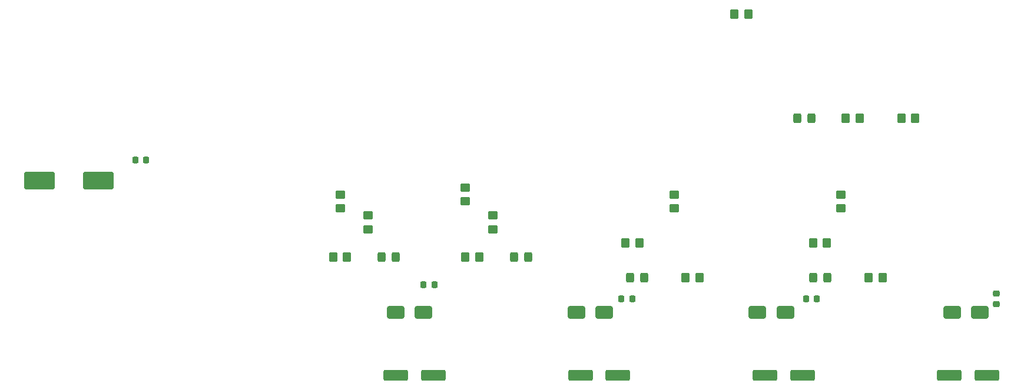
<source format=gbr>
%TF.GenerationSoftware,KiCad,Pcbnew,9.0.0*%
%TF.CreationDate,2025-07-08T15:13:07+02:00*%
%TF.ProjectId,Genric ESP32 5 MOSFEST ,47656e72-6963-4204-9553-503332203520,rev?*%
%TF.SameCoordinates,Original*%
%TF.FileFunction,Paste,Top*%
%TF.FilePolarity,Positive*%
%FSLAX46Y46*%
G04 Gerber Fmt 4.6, Leading zero omitted, Abs format (unit mm)*
G04 Created by KiCad (PCBNEW 9.0.0) date 2025-07-08 15:13:07*
%MOMM*%
%LPD*%
G01*
G04 APERTURE LIST*
G04 Aperture macros list*
%AMRoundRect*
0 Rectangle with rounded corners*
0 $1 Rounding radius*
0 $2 $3 $4 $5 $6 $7 $8 $9 X,Y pos of 4 corners*
0 Add a 4 corners polygon primitive as box body*
4,1,4,$2,$3,$4,$5,$6,$7,$8,$9,$2,$3,0*
0 Add four circle primitives for the rounded corners*
1,1,$1+$1,$2,$3*
1,1,$1+$1,$4,$5*
1,1,$1+$1,$6,$7*
1,1,$1+$1,$8,$9*
0 Add four rect primitives between the rounded corners*
20,1,$1+$1,$2,$3,$4,$5,0*
20,1,$1+$1,$4,$5,$6,$7,0*
20,1,$1+$1,$6,$7,$8,$9,0*
20,1,$1+$1,$8,$9,$2,$3,0*%
G04 Aperture macros list end*
%ADD10RoundRect,0.250000X-1.000000X-0.650000X1.000000X-0.650000X1.000000X0.650000X-1.000000X0.650000X0*%
%ADD11RoundRect,0.250000X-0.325000X-0.450000X0.325000X-0.450000X0.325000X0.450000X-0.325000X0.450000X0*%
%ADD12RoundRect,0.225000X-0.250000X0.225000X-0.250000X-0.225000X0.250000X-0.225000X0.250000X0.225000X0*%
%ADD13RoundRect,0.225000X-0.225000X-0.250000X0.225000X-0.250000X0.225000X0.250000X-0.225000X0.250000X0*%
%ADD14RoundRect,0.250000X-0.450000X0.350000X-0.450000X-0.350000X0.450000X-0.350000X0.450000X0.350000X0*%
%ADD15RoundRect,0.250000X0.350000X0.450000X-0.350000X0.450000X-0.350000X-0.450000X0.350000X-0.450000X0*%
%ADD16RoundRect,0.250000X0.450000X-0.350000X0.450000X0.350000X-0.450000X0.350000X-0.450000X-0.350000X0*%
%ADD17RoundRect,0.250000X-0.350000X-0.450000X0.350000X-0.450000X0.350000X0.450000X-0.350000X0.450000X0*%
%ADD18RoundRect,0.250000X0.325000X0.450000X-0.325000X0.450000X-0.325000X-0.450000X0.325000X-0.450000X0*%
%ADD19RoundRect,0.250000X-1.500000X-0.550000X1.500000X-0.550000X1.500000X0.550000X-1.500000X0.550000X0*%
%ADD20RoundRect,0.250000X-1.950000X-1.000000X1.950000X-1.000000X1.950000X1.000000X-1.950000X1.000000X0*%
G04 APERTURE END LIST*
D10*
%TO.C,D9*%
X97000000Y-176000000D03*
X93000000Y-176000000D03*
%TD*%
D11*
%TO.C,D1*%
X64975000Y-168000000D03*
X67025000Y-168000000D03*
%TD*%
D12*
%TO.C,C10*%
X153345000Y-173225000D03*
X153345000Y-174775000D03*
%TD*%
D13*
%TO.C,C8*%
X126006667Y-174000000D03*
X127556667Y-174000000D03*
%TD*%
%TO.C,C6*%
X99443333Y-174000000D03*
X100993333Y-174000000D03*
%TD*%
%TO.C,C4*%
X71000000Y-172000000D03*
X72550000Y-172000000D03*
%TD*%
%TO.C,C2*%
X29570000Y-154000000D03*
X31120000Y-154000000D03*
%TD*%
D14*
%TO.C,R5*%
X63000000Y-162000000D03*
X63000000Y-164000000D03*
%TD*%
D15*
%TO.C,R9*%
X102000000Y-166000000D03*
X100000000Y-166000000D03*
%TD*%
D16*
%TO.C,R10*%
X59000000Y-159000000D03*
X59000000Y-161000000D03*
%TD*%
D17*
%TO.C,R7*%
X79000000Y-168000000D03*
X77000000Y-168000000D03*
%TD*%
D11*
%TO.C,D4*%
X86025000Y-168000000D03*
X83975000Y-168000000D03*
%TD*%
D16*
%TO.C,R11*%
X131000000Y-159000000D03*
X131000000Y-161000000D03*
%TD*%
%TO.C,R6*%
X81000000Y-164000000D03*
X81000000Y-162000000D03*
%TD*%
D11*
%TO.C,D5*%
X102716667Y-171000000D03*
X100666667Y-171000000D03*
%TD*%
D16*
%TO.C,R12*%
X77000000Y-158000000D03*
X77000000Y-160000000D03*
%TD*%
D15*
%TO.C,R8*%
X108666667Y-171000000D03*
X110666667Y-171000000D03*
%TD*%
%TO.C,R15*%
X127000000Y-166000000D03*
X129000000Y-166000000D03*
%TD*%
D11*
%TO.C,D6*%
X127000000Y-171000000D03*
X129050000Y-171000000D03*
%TD*%
D16*
%TO.C,R13*%
X107000000Y-159000000D03*
X107000000Y-161000000D03*
%TD*%
D17*
%TO.C,R4*%
X58000000Y-168000000D03*
X60000000Y-168000000D03*
%TD*%
%TO.C,R18*%
X131700000Y-148000000D03*
X133700000Y-148000000D03*
%TD*%
%TO.C,R17*%
X139700000Y-148000000D03*
X141700000Y-148000000D03*
%TD*%
D15*
%TO.C,R16*%
X117700000Y-133000000D03*
X115700000Y-133000000D03*
%TD*%
%TO.C,R14*%
X137000000Y-171000000D03*
X135000000Y-171000000D03*
%TD*%
D10*
%TO.C,D10*%
X67000000Y-176000000D03*
X71000000Y-176000000D03*
%TD*%
%TO.C,D8*%
X119000000Y-176000000D03*
X123000000Y-176000000D03*
%TD*%
D18*
%TO.C,D7*%
X126750000Y-148000000D03*
X124700000Y-148000000D03*
%TD*%
D10*
%TO.C,D3*%
X147000000Y-176000000D03*
X151000000Y-176000000D03*
%TD*%
D19*
%TO.C,C9*%
X146600000Y-185000000D03*
X152000000Y-185000000D03*
%TD*%
%TO.C,C7*%
X120074286Y-185000000D03*
X125474286Y-185000000D03*
%TD*%
%TO.C,C5*%
X93548571Y-185000000D03*
X98948571Y-185000000D03*
%TD*%
%TO.C,C3*%
X67022857Y-185000000D03*
X72422857Y-185000000D03*
%TD*%
D20*
%TO.C,C1*%
X15800000Y-157000000D03*
X24200000Y-157000000D03*
%TD*%
M02*

</source>
